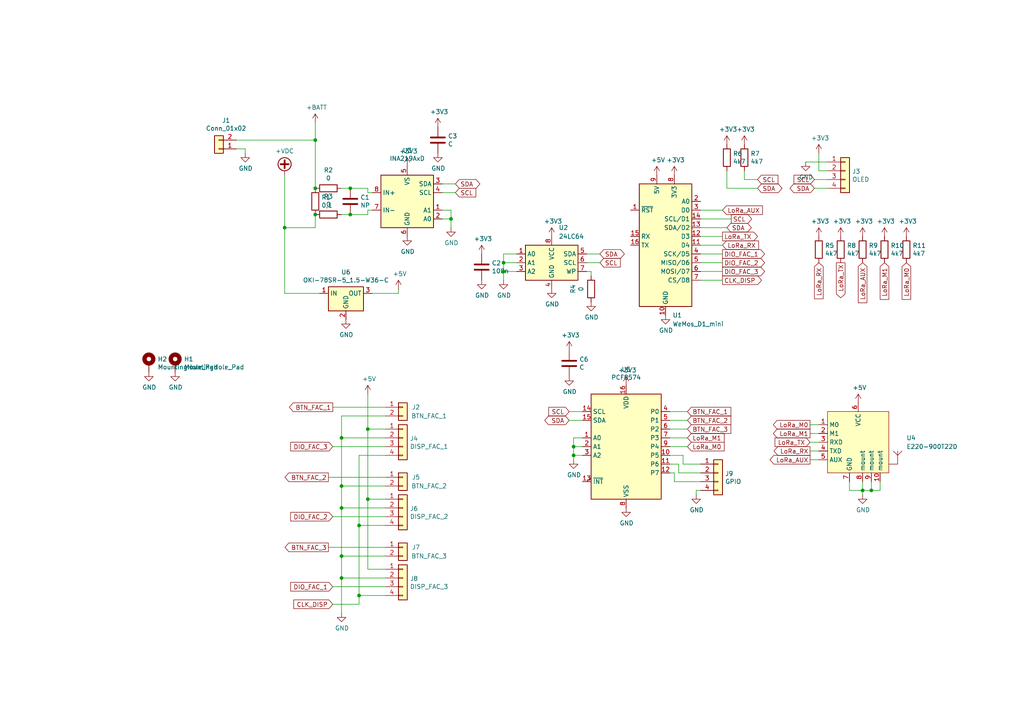
<source format=kicad_sch>
(kicad_sch (version 20211123) (generator eeschema)
  (paper "A4")
  (lib_symbols
    (symbol "Analog_ADC:INA219AxD"
      (property "Reference" "U" (at -6.35 8.89 0))
      (property "Value" "INA219AxD" (at 5.08 8.89 0))
      (symbol "INA219AxD_0_1"
        (rectangle (start -7.62 7.62) (end 7.62 -7.62) (stroke (width 0.254)) (fill (type background)))
      )
      (symbol "INA219AxD_1_1"
        (pin input line (at 10.16 -2.54 180) (length 2.54) (name "A1") (number "1"))
        (pin input line (at 10.16 -5.08 180) (length 2.54) (name "A0") (number "2"))
        (pin bidirectional line (at 10.16 5.08 180) (length 2.54) (name "SDA") (number "3"))
        (pin input line (at 10.16 2.54 180) (length 2.54) (name "SCL") (number "4"))
        (pin power_in line (at 0 10.16 270) (length 2.54) (name "VS") (number "5"))
        (pin power_in line (at 0 -10.16 90) (length 2.54) (name "GND") (number "6"))
        (pin input line (at -10.16 -2.54 0) (length 2.54) (name "IN-") (number "7"))
        (pin input line (at -10.16 2.54 0) (length 2.54) (name "IN+") (number "8"))
      )
    )
    (symbol "Connector_Generic:Conn_01x02" (pin_names (offset 1.016) hide)
      (property "Reference" "J" (at 0 2.54 0))
      (property "Value" "Conn_01x02" (at 0 -5.08 0))
      (symbol "Conn_01x02_1_1"
        (rectangle (start -1.27 -2.413) (end 0 -2.667) (stroke (width 0.1524)))
        (rectangle (start -1.27 0.127) (end 0 -0.127) (stroke (width 0.1524)))
        (rectangle (start -1.27 1.27) (end 1.27 -3.81) (stroke (width 0.254)) (fill (type background)))
        (pin passive line (at -5.08 0 0) (length 3.81) (name "Pin_1") (number "1"))
        (pin passive line (at -5.08 -2.54 0) (length 3.81) (name "Pin_2") (number "2"))
      )
    )
    (symbol "Connector_Generic:Conn_01x04" (pin_names (offset 1.016) hide)
      (property "Reference" "J" (at 0 5.08 0))
      (property "Value" "Conn_01x04" (at 0 -7.62 0))
      (symbol "Conn_01x04_1_1"
        (rectangle (start -1.27 -4.953) (end 0 -5.207) (stroke (width 0.1524)))
        (rectangle (start -1.27 -2.413) (end 0 -2.667) (stroke (width 0.1524)))
        (rectangle (start -1.27 0.127) (end 0 -0.127) (stroke (width 0.1524)))
        (rectangle (start -1.27 2.667) (end 0 2.413) (stroke (width 0.1524)))
        (rectangle (start -1.27 3.81) (end 1.27 -6.35) (stroke (width 0.254)) (fill (type background)))
        (pin passive line (at -5.08 2.54 0) (length 3.81) (name "Pin_1") (number "1"))
        (pin passive line (at -5.08 0 0) (length 3.81) (name "Pin_2") (number "2"))
        (pin passive line (at -5.08 -2.54 0) (length 3.81) (name "Pin_3") (number "3"))
        (pin passive line (at -5.08 -5.08 0) (length 3.81) (name "Pin_4") (number "4"))
      )
    )
    (symbol "Converter_DCDC:OKI-78SR-5_1.5-W36-C"
      (property "Reference" "U" (at -3.81 3.175 0))
      (property "Value" "OKI-78SR-5_1.5-W36-C" (at 0 3.175 0))
      (symbol "OKI-78SR-5_1.5-W36-C_0_1"
        (rectangle (start -5.08 1.905) (end 5.08 -5.08) (stroke (width 0.254)) (fill (type background)))
      )
      (symbol "OKI-78SR-5_1.5-W36-C_1_1"
        (pin power_in line (at -7.62 0 0) (length 2.54) (name "IN") (number "1"))
        (pin power_in line (at 0 -7.62 90) (length 2.54) (name "GND") (number "2"))
        (pin power_out line (at 7.62 0 180) (length 2.54) (name "OUT") (number "3"))
      )
    )
    (symbol "Device:C" (pin_numbers hide) (pin_names (offset 0.254))
      (property "Reference" "C" (at 0.635 2.54 0))
      (property "Value" "C" (at 0.635 -2.54 0))
      (symbol "C_0_1"
        (polyline (pts (xy -2.032 -0.762) (xy 2.032 -0.762)) (stroke (width 0.508)))
        (polyline (pts (xy -2.032 0.762) (xy 2.032 0.762)) (stroke (width 0.508)))
      )
      (symbol "C_1_1"
        (pin passive line (at 0 3.81 270) (length 2.794) (name "~") (number "1"))
        (pin passive line (at 0 -3.81 90) (length 2.794) (name "~") (number "2"))
      )
    )
    (symbol "Device:R" (pin_numbers hide) (pin_names (offset 0))
      (property "Reference" "R" (at 2.032 0 90))
      (property "Value" "R" (at 0 0 90))
      (symbol "R_0_1"
        (rectangle (start -1.016 -2.54) (end 1.016 2.54) (stroke (width 0.254)))
      )
      (symbol "R_1_1"
        (pin passive line (at 0 3.81 270) (length 1.27) (name "~") (number "1"))
        (pin passive line (at 0 -3.81 90) (length 1.27) (name "~") (number "2"))
      )
    )
    (symbol "Ebyte_RF:E220-900T22D"
      (property "Reference" "U" (at 7.62 1.27 0))
      (property "Value" "E220-900T22D" (at 13.97 -1.27 0))
      (symbol "E220-900T22D_0_1"
        (rectangle (start -5.08 -2.54) (end 12.7 -20.32) (fill (type background)))
        (polyline (pts (xy 15.24 -15.24) (xy 13.97 -13.97)))
        (polyline (pts (xy 15.24 -15.24) (xy 15.24 -13.97)))
        (polyline (pts (xy 12.7 -17.78) (xy 15.24 -17.78) (xy 15.24 -15.24) (xy 16.51 -13.97)))
      )
      (symbol "E220-900T22D_1_1"
        (pin input line (at -7.62 -6.35 0) (length 2.54) (name "M0") (number "1"))
        (pin unspecified line (at 10.16 -22.86 90) (length 2.54) (name "mount") (number "10"))
        (pin input line (at -7.62 -8.89 0) (length 2.54) (name "M1") (number "2"))
        (pin input line (at -7.62 -11.43 0) (length 2.54) (name "RXD") (number "3"))
        (pin output line (at -7.62 -13.97 0) (length 2.54) (name "TXD") (number "4"))
        (pin output line (at -7.62 -16.51 0) (length 2.54) (name "AUX") (number "5"))
        (pin power_in line (at 3.81 0 270) (length 2.54) (name "VCC") (number "6"))
        (pin power_in line (at 1.27 -22.86 90) (length 2.54) (name "GND") (number "7"))
        (pin unspecified line (at 5.08 -22.86 90) (length 2.54) (name "mount") (number "8"))
        (pin unspecified line (at 7.62 -22.86 90) (length 2.54) (name "mount") (number "9"))
      )
    )
    (symbol "Interface_Expansion:PCF8574"
      (property "Reference" "U" (at -8.89 16.51 0))
      (property "Value" "PCF8574" (at 2.54 16.51 0))
      (symbol "PCF8574_0_1"
        (rectangle (start -10.16 15.24) (end 10.16 -15.24) (stroke (width 0.254)) (fill (type background)))
      )
      (symbol "PCF8574_1_1"
        (pin input line (at -12.7 2.54 0) (length 2.54) (name "A0") (number "1"))
        (pin bidirectional line (at 12.7 -2.54 180) (length 2.54) (name "P5") (number "10"))
        (pin bidirectional line (at 12.7 -5.08 180) (length 2.54) (name "P6") (number "11"))
        (pin bidirectional line (at 12.7 -7.62 180) (length 2.54) (name "P7") (number "12"))
        (pin open_collector output_low (at -12.7 -10.16 0) (length 2.54) (name "~{INT}") (number "13"))
        (pin input line (at -12.7 10.16 0) (length 2.54) (name "SCL") (number "14"))
        (pin bidirectional line (at -12.7 7.62 0) (length 2.54) (name "SDA") (number "15"))
        (pin power_in line (at 0 17.78 270) (length 2.54) (name "VDD") (number "16"))
        (pin input line (at -12.7 0 0) (length 2.54) (name "A1") (number "2"))
        (pin input line (at -12.7 -2.54 0) (length 2.54) (name "A2") (number "3"))
        (pin bidirectional line (at 12.7 10.16 180) (length 2.54) (name "P0") (number "4"))
        (pin bidirectional line (at 12.7 7.62 180) (length 2.54) (name "P1") (number "5"))
        (pin bidirectional line (at 12.7 5.08 180) (length 2.54) (name "P2") (number "6"))
        (pin bidirectional line (at 12.7 2.54 180) (length 2.54) (name "P3") (number "7"))
        (pin power_in line (at 0 -17.78 90) (length 2.54) (name "VSS") (number "8"))
        (pin bidirectional line (at 12.7 0 180) (length 2.54) (name "P4") (number "9"))
      )
    )
    (symbol "MCU_Module:WeMos_D1_mini"
      (property "Reference" "U" (at 3.81 19.05 0))
      (property "Value" "WeMos_D1_mini" (at 1.27 -19.05 0))
      (symbol "WeMos_D1_mini_1_1"
        (rectangle (start -7.62 17.78) (end 7.62 -17.78) (stroke (width 0.254)) (fill (type background)))
        (pin input line (at -10.16 10.16 0) (length 2.54) (name "~{RST}") (number "1"))
        (pin power_in line (at 0 -20.32 90) (length 2.54) (name "GND") (number "10"))
        (pin bidirectional line (at 10.16 0 180) (length 2.54) (name "D4") (number "11"))
        (pin bidirectional line (at 10.16 2.54 180) (length 2.54) (name "D3") (number "12"))
        (pin bidirectional line (at 10.16 5.08 180) (length 2.54) (name "SDA/D2") (number "13"))
        (pin bidirectional line (at 10.16 7.62 180) (length 2.54) (name "SCL/D1") (number "14"))
        (pin input line (at -10.16 2.54 0) (length 2.54) (name "RX") (number "15"))
        (pin output line (at -10.16 0 0) (length 2.54) (name "TX") (number "16"))
        (pin input line (at 10.16 12.7 180) (length 2.54) (name "A0") (number "2"))
        (pin bidirectional line (at 10.16 10.16 180) (length 2.54) (name "D0") (number "3"))
        (pin bidirectional line (at 10.16 -2.54 180) (length 2.54) (name "SCK/D5") (number "4"))
        (pin bidirectional line (at 10.16 -5.08 180) (length 2.54) (name "MISO/D6") (number "5"))
        (pin bidirectional line (at 10.16 -7.62 180) (length 2.54) (name "MOSI/D7") (number "6"))
        (pin bidirectional line (at 10.16 -10.16 180) (length 2.54) (name "CS/D8") (number "7"))
        (pin power_out line (at 2.54 20.32 270) (length 2.54) (name "3V3") (number "8"))
        (pin power_in line (at -2.54 20.32 270) (length 2.54) (name "5V") (number "9"))
      )
    )
    (symbol "Mechanical:MountingHole_Pad" (pin_numbers hide) (pin_names (offset 1.016) hide)
      (property "Reference" "H" (at 0 6.35 0))
      (property "Value" "MountingHole_Pad" (at 0 4.445 0))
      (symbol "MountingHole_Pad_0_1"
        (circle (center 0 1.27) (radius 1.27) (stroke (width 1.27)))
      )
      (symbol "MountingHole_Pad_1_1"
        (pin input line (at 0 -2.54 90) (length 2.54) (name "1") (number "1"))
      )
    )
    (symbol "Memory_EEPROM:24LC64"
      (property "Reference" "U" (at -6.35 6.35 0))
      (property "Value" "24LC64" (at 1.27 6.35 0))
      (symbol "24LC64_1_1"
        (rectangle (start -7.62 5.08) (end 7.62 -5.08) (stroke (width 0.254)) (fill (type background)))
        (pin input line (at -10.16 2.54 0) (length 2.54) (name "A0") (number "1"))
        (pin input line (at -10.16 0 0) (length 2.54) (name "A1") (number "2"))
        (pin input line (at -10.16 -2.54 0) (length 2.54) (name "A2") (number "3"))
        (pin power_in line (at 0 -7.62 90) (length 2.54) (name "GND") (number "4"))
        (pin bidirectional line (at 10.16 2.54 180) (length 2.54) (name "SDA") (number "5"))
        (pin input line (at 10.16 0 180) (length 2.54) (name "SCL") (number "6"))
        (pin input line (at 10.16 -2.54 180) (length 2.54) (name "WP") (number "7"))
        (pin power_in line (at 0 7.62 270) (length 2.54) (name "VCC") (number "8"))
      )
    )
    (symbol "power:+3.3V" (power) (pin_names (offset 0))
      (property "Value" "+3.3V" (at 0 3.556 0))
      (symbol "+3.3V_0_1"
        (polyline (pts (xy -0.762 1.27) (xy 0 2.54)))
        (polyline (pts (xy 0 0) (xy 0 2.54)))
        (polyline (pts (xy 0 2.54) (xy 0.762 1.27)))
      )
      (symbol "+3.3V_1_1"
        (pin power_in line (at 0 0 90) (length 0) hide (name "+3V3") (number "1"))
      )
    )
    (symbol "power:+5V" (power) (pin_names (offset 0))
      (property "Value" "+5V" (at 0 3.556 0))
      (symbol "+5V_0_1"
        (polyline (pts (xy -0.762 1.27) (xy 0 2.54)))
        (polyline (pts (xy 0 0) (xy 0 2.54)))
        (polyline (pts (xy 0 2.54) (xy 0.762 1.27)))
      )
      (symbol "+5V_1_1"
        (pin power_in line (at 0 0 90) (length 0) hide (name "+5V") (number "1"))
      )
    )
    (symbol "power:+BATT" (power) (pin_names (offset 0))
      (property "Value" "+BATT" (at 0 3.556 0))
      (symbol "+BATT_0_1"
        (polyline (pts (xy -0.762 1.27) (xy 0 2.54)))
        (polyline (pts (xy 0 0) (xy 0 2.54)))
        (polyline (pts (xy 0 2.54) (xy 0.762 1.27)))
      )
      (symbol "+BATT_1_1"
        (pin power_in line (at 0 0 90) (length 0) hide (name "+BATT") (number "1"))
      )
    )
    (symbol "power:+VDC" (power) (pin_names (offset 0))
      (property "Value" "+VDC" (at 0 6.35 0))
      (symbol "+VDC_0_1"
        (polyline (pts (xy -1.143 3.175) (xy 1.143 3.175)) (stroke (width 0.508)))
        (polyline (pts (xy 0 0) (xy 0 1.27)))
        (polyline (pts (xy 0 2.032) (xy 0 4.318)) (stroke (width 0.508)))
        (circle (center 0 3.175) (radius 1.905) (stroke (width 0.254)))
      )
      (symbol "+VDC_1_1"
        (pin power_in line (at 0 0 90) (length 0) hide (name "+VDC") (number "1"))
      )
    )
    (symbol "power:GND" (power) (pin_names (offset 0))
      (property "Value" "GND" (at 0 -3.81 0))
      (symbol "GND_0_1"
        (polyline (pts (xy 0 0) (xy 0 -1.27) (xy 1.27 -1.27) (xy 0 -2.54) (xy -1.27 -1.27) (xy 0 -1.27)))
      )
      (symbol "GND_1_1"
        (pin power_in line (at 0 0 270) (length 0) hide (name "GND") (number "1"))
      )
    )
  )
  (junction (at 82.55 66.04))
  (junction (at 101.6 54.61))
  (junction (at 104.14 172.72))
  (junction (at 130.81 63.5))
  (junction (at 99.06 140.97))
  (junction (at 166.37 132.08))
  (junction (at 146.05 78.74))
  (junction (at 99.06 161.29))
  (junction (at 91.44 54.61))
  (junction (at 106.68 144.78))
  (junction (at 99.06 127))
  (junction (at 106.68 124.46))
  (junction (at 166.37 129.54))
  (junction (at 250.19 142.24))
  (junction (at 99.06 167.64))
  (junction (at 91.44 40.64))
  (junction (at 104.14 152.4))
  (junction (at 252.73 142.24))
  (junction (at 91.44 62.23))
  (junction (at 99.06 147.32))
  (junction (at 101.6 62.23))
  (junction (at 146.05 76.2))
  (wire (pts (xy 194.31 127) (xy 199.39 127)))
  (wire (pts (xy 203.2 76.2) (xy 209.55 76.2)))
  (wire (pts (xy 246.38 142.24) (xy 250.19 142.24)))
  (wire (pts (xy 194.31 132.08) (xy 198.12 132.08)))
  (wire (pts (xy 91.44 66.04) (xy 82.55 66.04)))
  (wire (pts (xy 203.2 78.74) (xy 209.55 78.74)))
  (wire (pts (xy 82.55 66.04) (xy 82.55 85.09)))
  (wire (pts (xy 203.2 66.04) (xy 210.82 66.04)))
  (wire (pts (xy 194.31 124.46) (xy 199.39 124.46)))
  (wire (pts (xy 250.19 143.51) (xy 250.19 142.24)))
  (wire (pts (xy 106.68 55.88) (xy 107.95 55.88)))
  (wire (pts (xy 203.2 73.66) (xy 209.55 73.66)))
  (wire (pts (xy 149.86 78.74) (xy 146.05 78.74)))
  (wire (pts (xy 168.91 132.08) (xy 166.37 132.08)))
  (wire (pts (xy 149.86 76.2) (xy 146.05 76.2)))
  (wire (pts (xy 166.37 127) (xy 166.37 129.54)))
  (wire (pts (xy 111.76 161.29) (xy 99.06 161.29)))
  (wire (pts (xy 99.06 120.65) (xy 99.06 127)))
  (wire (pts (xy 130.81 60.96) (xy 130.81 63.5)))
  (wire (pts (xy 106.68 144.78) (xy 106.68 124.46)))
  (wire (pts (xy 173.99 76.2) (xy 170.18 76.2)))
  (wire (pts (xy 104.14 152.4) (xy 104.14 132.08)))
  (wire (pts (xy 99.06 140.97) (xy 99.06 147.32)))
  (wire (pts (xy 194.31 129.54) (xy 199.39 129.54)))
  (wire (pts (xy 111.76 172.72) (xy 104.14 172.72)))
  (wire (pts (xy 91.44 35.56) (xy 91.44 40.64)))
  (wire (pts (xy 130.81 63.5) (xy 130.81 66.04)))
  (wire (pts (xy 96.52 129.54) (xy 111.76 129.54)))
  (wire (pts (xy 196.85 137.16) (xy 203.2 137.16)))
  (wire (pts (xy 115.57 83.82) (xy 115.57 85.09)))
  (wire (pts (xy 68.58 43.18) (xy 71.12 43.18)))
  (wire (pts (xy 240.03 52.07) (xy 236.22 52.07)))
  (wire (pts (xy 170.18 73.66) (xy 173.99 73.66)))
  (wire (pts (xy 240.03 46.99) (xy 233.68 46.99)))
  (wire (pts (xy 104.14 132.08) (xy 111.76 132.08)))
  (wire (pts (xy 170.18 78.74) (xy 171.45 78.74)))
  (wire (pts (xy 198.12 132.08) (xy 198.12 134.62)))
  (wire (pts (xy 203.2 81.28) (xy 209.55 81.28)))
  (wire (pts (xy 146.05 78.74) (xy 146.05 81.28)))
  (wire (pts (xy 104.14 175.26) (xy 104.14 172.72)))
  (wire (pts (xy 215.9 52.07) (xy 219.71 52.07)))
  (wire (pts (xy 106.68 165.1) (xy 106.68 144.78)))
  (wire (pts (xy 128.27 53.34) (xy 132.08 53.34)))
  (wire (pts (xy 255.27 142.24) (xy 252.73 142.24)))
  (wire (pts (xy 106.68 54.61) (xy 106.68 55.88)))
  (wire (pts (xy 128.27 63.5) (xy 130.81 63.5)))
  (wire (pts (xy 210.82 54.61) (xy 210.82 49.53)))
  (wire (pts (xy 234.95 125.73) (xy 237.49 125.73)))
  (wire (pts (xy 111.76 144.78) (xy 106.68 144.78)))
  (wire (pts (xy 96.52 149.86) (xy 111.76 149.86)))
  (wire (pts (xy 99.06 127) (xy 99.06 140.97)))
  (wire (pts (xy 82.55 66.04) (xy 82.55 50.8)))
  (wire (pts (xy 101.6 62.23) (xy 106.68 62.23)))
  (wire (pts (xy 166.37 129.54) (xy 166.37 132.08)))
  (wire (pts (xy 146.05 76.2) (xy 146.05 78.74)))
  (wire (pts (xy 132.08 55.88) (xy 128.27 55.88)))
  (wire (pts (xy 234.95 123.19) (xy 237.49 123.19)))
  (wire (pts (xy 194.31 134.62) (xy 196.85 134.62)))
  (wire (pts (xy 195.58 139.7) (xy 203.2 139.7)))
  (wire (pts (xy 237.49 44.45) (xy 237.49 49.53)))
  (wire (pts (xy 166.37 132.08) (xy 166.37 133.35)))
  (wire (pts (xy 250.19 142.24) (xy 250.19 139.7)))
  (wire (pts (xy 149.86 73.66) (xy 146.05 73.66)))
  (wire (pts (xy 195.58 137.16) (xy 195.58 139.7)))
  (wire (pts (xy 201.93 142.24) (xy 201.93 143.51)))
  (wire (pts (xy 168.91 121.92) (xy 165.1 121.92)))
  (wire (pts (xy 71.12 43.18) (xy 71.12 44.45)))
  (wire (pts (xy 171.45 78.74) (xy 171.45 80.01)))
  (wire (pts (xy 203.2 71.12) (xy 209.55 71.12)))
  (wire (pts (xy 99.06 147.32) (xy 99.06 161.29)))
  (wire (pts (xy 168.91 127) (xy 166.37 127)))
  (wire (pts (xy 194.31 121.92) (xy 199.39 121.92)))
  (wire (pts (xy 236.22 54.61) (xy 240.03 54.61)))
  (wire (pts (xy 111.76 165.1) (xy 106.68 165.1)))
  (wire (pts (xy 106.68 62.23) (xy 106.68 60.96)))
  (wire (pts (xy 91.44 40.64) (xy 91.44 54.61)))
  (wire (pts (xy 95.25 158.75) (xy 111.76 158.75)))
  (wire (pts (xy 99.06 167.64) (xy 99.06 177.8)))
  (wire (pts (xy 99.06 161.29) (xy 99.06 167.64)))
  (wire (pts (xy 99.06 120.65) (xy 111.76 120.65)))
  (wire (pts (xy 104.14 172.72) (xy 104.14 152.4)))
  (wire (pts (xy 194.31 119.38) (xy 199.39 119.38)))
  (wire (pts (xy 111.76 167.64) (xy 99.06 167.64)))
  (wire (pts (xy 255.27 139.7) (xy 255.27 142.24)))
  (wire (pts (xy 101.6 54.61) (xy 106.68 54.61)))
  (wire (pts (xy 198.12 134.62) (xy 203.2 134.62)))
  (wire (pts (xy 146.05 73.66) (xy 146.05 76.2)))
  (wire (pts (xy 111.76 127) (xy 99.06 127)))
  (wire (pts (xy 106.68 60.96) (xy 107.95 60.96)))
  (wire (pts (xy 96.52 175.26) (xy 104.14 175.26)))
  (wire (pts (xy 252.73 142.24) (xy 250.19 142.24)))
  (wire (pts (xy 115.57 85.09) (xy 107.95 85.09)))
  (wire (pts (xy 128.27 60.96) (xy 130.81 60.96)))
  (wire (pts (xy 111.76 140.97) (xy 99.06 140.97)))
  (wire (pts (xy 203.2 63.5) (xy 212.09 63.5)))
  (wire (pts (xy 237.49 49.53) (xy 240.03 49.53)))
  (wire (pts (xy 234.95 133.35) (xy 237.49 133.35)))
  (wire (pts (xy 215.9 49.53) (xy 215.9 52.07)))
  (wire (pts (xy 219.71 54.61) (xy 210.82 54.61)))
  (wire (pts (xy 111.76 152.4) (xy 104.14 152.4)))
  (wire (pts (xy 246.38 139.7) (xy 246.38 142.24)))
  (wire (pts (xy 234.95 128.27) (xy 237.49 128.27)))
  (wire (pts (xy 111.76 170.18) (xy 96.52 170.18)))
  (wire (pts (xy 194.31 137.16) (xy 195.58 137.16)))
  (wire (pts (xy 234.95 130.81) (xy 237.49 130.81)))
  (wire (pts (xy 166.37 129.54) (xy 168.91 129.54)))
  (wire (pts (xy 196.85 134.62) (xy 196.85 137.16)))
  (wire (pts (xy 68.58 40.64) (xy 91.44 40.64)))
  (wire (pts (xy 111.76 118.11) (xy 96.52 118.11)))
  (wire (pts (xy 99.06 62.23) (xy 101.6 62.23)))
  (wire (pts (xy 203.2 60.96) (xy 209.55 60.96)))
  (wire (pts (xy 203.2 68.58) (xy 209.55 68.58)))
  (wire (pts (xy 252.73 139.7) (xy 252.73 142.24)))
  (wire (pts (xy 92.71 85.09) (xy 82.55 85.09)))
  (wire (pts (xy 111.76 147.32) (xy 99.06 147.32)))
  (wire (pts (xy 165.1 119.38) (xy 168.91 119.38)))
  (wire (pts (xy 203.2 142.24) (xy 201.93 142.24)))
  (wire (pts (xy 111.76 138.43) (xy 95.25 138.43)))
  (wire (pts (xy 91.44 62.23) (xy 91.44 66.04)))
  (wire (pts (xy 99.06 54.61) (xy 101.6 54.61)))
  (wire (pts (xy 106.68 124.46) (xy 106.68 114.3)))
  (wire (pts (xy 111.76 124.46) (xy 106.68 124.46)))
  (global_label "LoRa_M1" (shape input) (at 199.39 127 0) (property "Intersheet References" "${INTERSHEET_REFS}" (effects hide)))
  (global_label "LoRa_RX" (shape input) (at 237.49 76.2 270) (property "Intersheet References" "${INTERSHEET_REFS}" (effects hide)))
  (global_label "SDA" (shape bidirectional) (at 173.99 73.66 0) (property "Intersheet References" "${INTERSHEET_REFS}" (effects hide)))
  (global_label "LoRa_RX" (shape input) (at 209.55 71.12 0) (property "Intersheet References" "${INTERSHEET_REFS}" (effects hide)))
  (global_label "SCL" (shape input) (at 165.1 119.38 180) (property "Intersheet References" "${INTERSHEET_REFS}" (effects hide)))
  (global_label "SCL" (shape input) (at 236.22 52.07 180) (property "Intersheet References" "${INTERSHEET_REFS}" (effects hide)))
  (global_label "SCL" (shape input) (at 132.08 55.88 0) (property "Intersheet References" "${INTERSHEET_REFS}" (effects hide)))
  (global_label "LoRa_RX" (shape output) (at 234.95 130.81 180) (property "Intersheet References" "${INTERSHEET_REFS}" (effects hide)))
  (global_label "CLK_DISP" (shape input) (at 96.52 175.26 180) (property "Intersheet References" "${INTERSHEET_REFS}" (effects hide)))
  (global_label "LoRa_TX" (shape output) (at 209.55 68.58 0) (property "Intersheet References" "${INTERSHEET_REFS}" (effects hide)))
  (global_label "CLK_DISP" (shape output) (at 209.55 81.28 0) (property "Intersheet References" "${INTERSHEET_REFS}" (effects hide)))
  (global_label "DIO_FAC_2" (shape input) (at 96.52 149.86 180) (property "Intersheet References" "${INTERSHEET_REFS}" (effects hide)))
  (global_label "BTN_FAC_1" (shape input) (at 199.39 119.38 0) (property "Intersheet References" "${INTERSHEET_REFS}" (effects hide)))
  (global_label "SCL" (shape input) (at 173.99 76.2 0) (property "Intersheet References" "${INTERSHEET_REFS}" (effects hide)))
  (global_label "LoRa_AUX" (shape input) (at 209.55 60.96 0) (property "Intersheet References" "${INTERSHEET_REFS}" (effects hide)))
  (global_label "LoRa_AUX" (shape input) (at 250.19 76.2 270) (property "Intersheet References" "${INTERSHEET_REFS}" (effects hide)))
  (global_label "LoRa_M0" (shape input) (at 262.89 76.2 270) (property "Intersheet References" "${INTERSHEET_REFS}" (effects hide)))
  (global_label "BTN_FAC_2" (shape input) (at 199.39 121.92 0) (property "Intersheet References" "${INTERSHEET_REFS}" (effects hide)))
  (global_label "SCL" (shape input) (at 219.71 52.07 0) (property "Intersheet References" "${INTERSHEET_REFS}" (effects hide)))
  (global_label "SDA" (shape bidirectional) (at 219.71 54.61 0) (property "Intersheet References" "${INTERSHEET_REFS}" (effects hide)))
  (global_label "SDA" (shape bidirectional) (at 132.08 53.34 0) (property "Intersheet References" "${INTERSHEET_REFS}" (effects hide)))
  (global_label "DIO_FAC_3" (shape input) (at 96.52 129.54 180) (property "Intersheet References" "${INTERSHEET_REFS}" (effects hide)))
  (global_label "SDA" (shape bidirectional) (at 236.22 54.61 180) (property "Intersheet References" "${INTERSHEET_REFS}" (effects hide)))
  (global_label "LoRa_M0" (shape input) (at 199.39 129.54 0) (property "Intersheet References" "${INTERSHEET_REFS}" (effects hide)))
  (global_label "LoRa_TX" (shape output) (at 243.84 76.2 270) (property "Intersheet References" "${INTERSHEET_REFS}" (effects hide)))
  (global_label "SDA" (shape bidirectional) (at 165.1 121.92 180) (property "Intersheet References" "${INTERSHEET_REFS}" (effects hide)))
  (global_label "LoRa_AUX" (shape output) (at 234.95 133.35 180) (property "Intersheet References" "${INTERSHEET_REFS}" (effects hide)))
  (global_label "BTN_FAC_2" (shape output) (at 95.25 138.43 180) (property "Intersheet References" "${INTERSHEET_REFS}" (effects hide)))
  (global_label "DIO_FAC_2" (shape output) (at 209.55 76.2 0) (property "Intersheet References" "${INTERSHEET_REFS}" (effects hide)))
  (global_label "SCL" (shape output) (at 212.09 63.5 0) (property "Intersheet References" "${INTERSHEET_REFS}" (effects hide)))
  (global_label "BTN_FAC_1" (shape output) (at 96.52 118.11 180) (property "Intersheet References" "${INTERSHEET_REFS}" (effects hide)))
  (global_label "LoRa_M0" (shape output) (at 234.95 123.19 180) (property "Intersheet References" "${INTERSHEET_REFS}" (effects hide)))
  (global_label "BTN_FAC_3" (shape output) (at 95.25 158.75 180) (property "Intersheet References" "${INTERSHEET_REFS}" (effects hide)))
  (global_label "DIO_FAC_1" (shape input) (at 96.52 170.18 180) (property "Intersheet References" "${INTERSHEET_REFS}" (effects hide)))
  (global_label "LoRa_TX" (shape input) (at 234.95 128.27 180) (property "Intersheet References" "${INTERSHEET_REFS}" (effects hide)))
  (global_label "LoRa_M1" (shape input) (at 256.54 76.2 270) (property "Intersheet References" "${INTERSHEET_REFS}" (effects hide)))
  (global_label "LoRa_M1" (shape output) (at 234.95 125.73 180) (property "Intersheet References" "${INTERSHEET_REFS}" (effects hide)))
  (global_label "DIO_FAC_3" (shape output) (at 209.55 78.74 0) (property "Intersheet References" "${INTERSHEET_REFS}" (effects hide)))
  (global_label "SDA" (shape bidirectional) (at 210.82 66.04 0) (property "Intersheet References" "${INTERSHEET_REFS}" (effects hide)))
  (global_label "BTN_FAC_3" (shape input) (at 199.39 124.46 0) (property "Intersheet References" "${INTERSHEET_REFS}" (effects hide)))
  (global_label "DIO_FAC_1" (shape output) (at 209.55 73.66 0) (property "Intersheet References" "${INTERSHEET_REFS}" (effects hide)))
  (symbol (lib_id "power:GND") (at 193.04 91.44 0) (unit 1)
    (property "Reference" "#PWR0104" (effects hide))
    (property "Value" "GND" (at 193.167 95.8342 0))
  )
  (symbol (lib_id "Interface_Expansion:PCF8574") (at 181.61 129.54 0) (unit 1)
    (property "Reference" "U5" (at 181.61 107.1626 0))
    (property "Value" "PCF8574" (at 181.61 109.474 0))
    (property "Footprint" "Package_SO:SOIC-16W_7.5x10.3mm_P1.27mm" (effects hide))
    (property "Datasheet" "http://www.nxp.com/documents/data_sheet/PCF8574_PCF8574A.pdf" (effects hide))
  )
  (symbol (lib_id "Device:C") (at 165.1 105.41 0) (unit 1)
    (property "Reference" "C6" (at 168.021 104.2416 0) (effects (justify left)))
    (property "Value" "C" (at 168.021 106.553 0) (effects (justify left)))
    (property "Footprint" "Capacitor_SMD:C_0805_2012Metric_Pad1.18x1.45mm_HandSolder" (effects hide))
  )
  (symbol (lib_id "power:+3.3V") (at 181.61 111.76 0) (unit 1)
    (property "Reference" "#PWR0107" (effects hide))
    (property "Value" "+3.3V" (at 181.991 107.3658 0))
  )
  (symbol (lib_id "power:+3.3V") (at 165.1 101.6 0) (unit 1)
    (property "Reference" "#PWR0108" (effects hide))
    (property "Value" "+3.3V" (at 165.481 97.2058 0))
  )
  (symbol (lib_id "power:GND") (at 165.1 109.22 0) (unit 1)
    (property "Reference" "#PWR0109" (effects hide))
    (property "Value" "GND" (at 165.227 113.6142 0))
  )
  (symbol (lib_id "power:GND") (at 181.61 147.32 0) (unit 1)
    (property "Reference" "#PWR0110" (effects hide))
    (property "Value" "GND" (at 181.737 151.7142 0))
  )
  (symbol (lib_id "Device:R") (at 210.82 45.72 0) (unit 1)
    (property "Reference" "R6" (at 212.598 44.5516 0) (effects (justify left)))
    (property "Value" "4k7" (at 212.598 46.863 0) (effects (justify left)))
    (property "Footprint" "Resistor_SMD:R_0805_2012Metric_Pad1.20x1.40mm_HandSolder" (effects hide))
  )
  (symbol (lib_id "Device:R") (at 215.9 45.72 0) (unit 1)
    (property "Reference" "R7" (at 217.678 44.5516 0) (effects (justify left)))
    (property "Value" "4k7" (at 217.678 46.863 0) (effects (justify left)))
    (property "Footprint" "Resistor_SMD:R_0805_2012Metric_Pad1.20x1.40mm_HandSolder" (effects hide))
  )
  (symbol (lib_id "power:+3.3V") (at 210.82 41.91 0) (unit 1)
    (property "Reference" "#PWR0113" (effects hide))
    (property "Value" "+3.3V" (at 211.201 37.5158 0))
  )
  (symbol (lib_id "power:+3.3V") (at 215.9 41.91 0) (unit 1)
    (property "Reference" "#PWR0114" (effects hide))
    (property "Value" "+3.3V" (at 216.281 37.5158 0))
  )
  (symbol (lib_id "power:GND") (at 166.37 133.35 0) (unit 1)
    (property "Reference" "#PWR0116" (effects hide))
    (property "Value" "GND" (at 166.497 137.7442 0))
  )
  (symbol (lib_id "Analog_ADC:INA219AxD") (at 118.11 58.42 0) (unit 1)
    (property "Reference" "U3" (at 118.11 43.6626 0))
    (property "Value" "INA219AxD" (at 118.11 45.974 0))
    (property "Footprint" "Package_SO:SOIC-8_3.9x4.9mm_P1.27mm" (effects hide))
    (property "Datasheet" "http://www.ti.com/lit/ds/symlink/ina219.pdf" (effects hide))
  )
  (symbol (lib_id "power:GND") (at 130.81 66.04 0) (unit 1)
    (property "Reference" "#PWR0118" (effects hide))
    (property "Value" "GND" (at 130.937 70.4342 0))
  )
  (symbol (lib_id "Device:C") (at 127 40.64 0) (unit 1)
    (property "Reference" "C3" (at 129.921 39.4716 0) (effects (justify left)))
    (property "Value" "C" (at 129.921 41.783 0) (effects (justify left)))
    (property "Footprint" "Capacitor_SMD:C_0805_2012Metric_Pad1.18x1.45mm_HandSolder" (effects hide))
  )
  (symbol (lib_id "power:GND") (at 127 44.45 0) (unit 1)
    (property "Reference" "#PWR0119" (effects hide))
    (property "Value" "GND" (at 127.127 48.8442 0))
  )
  (symbol (lib_id "power:+3.3V") (at 127 36.83 0) (unit 1)
    (property "Reference" "#PWR0120" (effects hide))
    (property "Value" "+3.3V" (at 127.381 32.4358 0))
  )
  (symbol (lib_id "power:GND") (at 118.11 68.58 0) (unit 1)
    (property "Reference" "#PWR0121" (effects hide))
    (property "Value" "GND" (at 118.237 72.9742 0))
  )
  (symbol (lib_id "power:+3.3V") (at 118.11 48.26 0) (unit 1)
    (property "Reference" "#PWR0122" (effects hide))
    (property "Value" "+3.3V" (at 118.491 43.8658 0))
  )
  (symbol (lib_id "Device:C") (at 101.6 58.42 0) (unit 1)
    (property "Reference" "C1" (at 104.521 57.2516 0) (effects (justify left)))
    (property "Value" "NP" (at 104.521 59.563 0) (effects (justify left)))
    (property "Footprint" "Capacitor_SMD:C_0805_2012Metric_Pad1.18x1.45mm_HandSolder" (effects hide))
  )
  (symbol (lib_id "Device:R") (at 95.25 54.61 270) (unit 1)
    (property "Reference" "R2" (at 95.25 49.3522 90))
    (property "Value" "0" (at 95.25 51.6636 90))
    (property "Footprint" "Resistor_SMD:R_0805_2012Metric_Pad1.20x1.40mm_HandSolder" (effects hide))
  )
  (symbol (lib_id "Device:R") (at 95.25 62.23 270) (unit 1)
    (property "Reference" "R3" (at 95.25 56.9722 90))
    (property "Value" "0" (at 95.25 59.2836 90))
    (property "Footprint" "Resistor_SMD:R_0805_2012Metric_Pad1.20x1.40mm_HandSolder" (effects hide))
  )
  (symbol (lib_id "power:+BATT") (at 91.44 35.56 0) (unit 1)
    (property "Reference" "#PWR0123" (effects hide))
    (property "Value" "+BATT" (at 91.821 31.1658 0))
  )
  (symbol (lib_id "power:+VDC") (at 82.55 50.8 0) (unit 1)
    (property "Reference" "#PWR0124" (effects hide))
    (property "Value" "+VDC" (at 82.55 43.815 0))
  )
  (symbol (lib_id "Device:R") (at 91.44 58.42 0) (unit 1)
    (property "Reference" "R1" (at 93.218 57.2516 0) (effects (justify left)))
    (property "Value" "0,1" (at 93.218 59.563 0) (effects (justify left)))
    (property "Footprint" "Resistor_SMD:R_2010_5025Metric_Pad1.40x2.65mm_HandSolder" (effects hide))
  )
  (symbol (lib_id "Connector_Generic:Conn_01x04") (at 245.11 49.53 0) (unit 1)
    (property "Reference" "J3" (at 247.142 49.7332 0) (effects (justify left)))
    (property "Value" "OLED" (at 247.142 52.0446 0) (effects (justify left)))
    (property "Footprint" "Connector_PinHeader_2.54mm:PinHeader_1x04_P2.54mm_Vertical" (effects hide))
  )
  (symbol (lib_id "power:+3.3V") (at 237.49 44.45 0) (unit 1)
    (property "Reference" "#PWR0137" (effects hide))
    (property "Value" "+3.3V" (at 237.871 40.0558 0))
  )
  (symbol (lib_id "power:GND") (at 233.68 46.99 0) (unit 1)
    (property "Reference" "#PWR0138" (effects hide))
    (property "Value" "GND" (at 233.807 51.3842 0))
  )
  (symbol (lib_id "Connector_Generic:Conn_01x02") (at 63.5 43.18 180) (unit 1)
    (property "Reference" "J1" (at 65.5828 34.925 0))
    (property "Value" "Conn_01x02" (at 65.5828 37.2364 0))
    (property "Footprint" "Connector_Wire:SolderWire-2.5sqmm_1x02_P7.2mm_D2.4mm_OD3.6mm" (effects hide))
  )
  (symbol (lib_id "power:GND") (at 71.12 44.45 0) (unit 1)
    (property "Reference" "#PWR0139" (effects hide))
    (property "Value" "GND" (at 71.247 48.8442 0))
  )
  (symbol (lib_id "power:GND") (at 100.33 92.71 0) (unit 1)
    (property "Reference" "#PWR0146" (effects hide))
    (property "Value" "GND" (at 100.457 97.1042 0))
  )
  (symbol (lib_id "Converter_DCDC:OKI-78SR-5_1.5-W36-C") (at 100.33 85.09 0) (unit 1)
    (property "Reference" "U6" (at 100.33 78.9432 0))
    (property "Value" "OKI-78SR-5_1.5-W36-C" (at 100.33 81.2546 0))
    (property "Footprint" "Converter_DCDC:Converter_DCDC_RECOM_R-78E-0.5_THT" (effects hide))
    (property "Datasheet" "https://power.murata.com/data/power/oki-78sr.pdf" (effects hide))
  )
  (symbol (lib_id "power:+5V") (at 115.57 83.82 0) (unit 1)
    (property "Reference" "#PWR0147" (effects hide))
    (property "Value" "+5V" (at 115.951 79.4258 0))
  )
  (symbol (lib_id "Mechanical:MountingHole_Pad") (at 50.8 105.41 0) (unit 1)
    (property "Reference" "H1" (at 53.34 104.1654 0) (effects (justify left)))
    (property "Value" "MountingHole_Pad" (at 53.34 106.4768 0) (effects (justify left)))
    (property "Footprint" "MountingHole:MountingHole_2.5mm_Pad" (effects hide))
  )
  (symbol (lib_id "power:GND") (at 50.8 107.95 0) (unit 1)
    (property "Reference" "#PWR0151" (effects hide))
    (property "Value" "GND" (at 50.927 112.3442 0))
  )
  (symbol (lib_id "MCU_Module:WeMos_D1_mini") (at 193.04 71.12 0) (unit 1)
    (property "Reference" "U1" (at 195.0594 91.44 0) (effects (justify left)))
    (property "Value" "WeMos_D1_mini" (at 195.0594 93.98 0) (effects (justify left)))
    (property "Footprint" "Module:WEMOS_D1_mini_light" (effects hide))
    (property "Datasheet" "https://wiki.wemos.cc/products:d1:d1_mini#documentation" (effects hide))
  )
  (symbol (lib_id "Device:R") (at 256.54 72.39 0) (unit 1)
    (property "Reference" "R10" (at 258.318 71.2216 0) (effects (justify left)))
    (property "Value" "4k7" (at 258.318 73.533 0) (effects (justify left)))
    (property "Footprint" "Resistor_SMD:R_0805_2012Metric_Pad1.20x1.40mm_HandSolder" (effects hide))
  )
  (symbol (lib_id "power:GND") (at 160.02 83.82 0) (unit 1)
    (property "Reference" "#PWR0128" (effects hide))
    (property "Value" "GND" (at 160.147 88.2142 0))
  )
  (symbol (lib_id "Mechanical:MountingHole_Pad") (at 43.18 105.41 0) (unit 1)
    (property "Reference" "H2" (at 45.72 104.1654 0) (effects (justify left)))
    (property "Value" "MountingHole_Pad" (at 45.72 106.4768 0) (effects (justify left)))
    (property "Footprint" "MountingHole:MountingHole_2.5mm_Pad" (effects hide))
  )
  (symbol (lib_id "power:+3.3V") (at 243.84 68.58 0) (unit 1)
    (property "Reference" "#PWR02" (effects hide))
    (property "Value" "+3.3V" (at 244.221 64.1858 0))
  )
  (symbol (lib_id "power:GND") (at 250.19 143.51 0) (unit 1)
    (property "Reference" "#PWR0112" (effects hide))
    (property "Value" "GND" (at 250.317 147.9042 0))
  )
  (symbol (lib_id "Device:R") (at 250.19 72.39 0) (unit 1)
    (property "Reference" "R9" (at 251.968 71.2216 0) (effects (justify left)))
    (property "Value" "4k7" (at 251.968 73.533 0) (effects (justify left)))
    (property "Footprint" "Resistor_SMD:R_0805_2012Metric_Pad1.20x1.40mm_HandSolder" (effects hide))
  )
  (symbol (lib_id "Connector_Generic:Conn_01x02") (at 116.84 118.11 0) (unit 1)
    (property "Reference" "J2" (at 120.65 118.11 0))
    (property "Value" "BTN_FAC_1" (at 124.46 120.65 0))
    (property "Footprint" "Connector_PinHeader_2.54mm:PinHeader_1x02_P2.54mm_Vertical" (effects hide))
  )
  (symbol (lib_id "Connector_Generic:Conn_01x04") (at 116.84 127 0) (unit 1)
    (property "Reference" "J4" (at 118.872 127.2032 0) (effects (justify left)))
    (property "Value" "DISP_FAC_1" (at 118.872 129.5146 0) (effects (justify left)))
    (property "Footprint" "Connector_PinHeader_2.54mm:PinHeader_1x04_P2.54mm_Vertical" (effects hide))
  )
  (symbol (lib_id "Connector_Generic:Conn_01x02") (at 116.84 158.75 0) (unit 1)
    (property "Reference" "J7" (at 120.65 158.75 0))
    (property "Value" "BTN_FAC_3" (at 124.46 161.29 0))
    (property "Footprint" "Connector_PinHeader_2.54mm:PinHeader_1x02_P2.54mm_Vertical" (effects hide))
  )
  (symbol (lib_id "power:+3.3V") (at 160.02 68.58 0) (unit 1)
    (property "Reference" "#PWR0126" (effects hide))
    (property "Value" "+3.3V" (at 160.401 64.1858 0))
  )
  (symbol (lib_id "Device:R") (at 171.45 83.82 0) (unit 1)
    (property "Reference" "R4" (at 166.1922 83.82 90))
    (property "Value" "0" (at 168.5036 83.82 90))
    (property "Footprint" "Resistor_SMD:R_0805_2012Metric_Pad1.20x1.40mm_HandSolder" (effects hide))
  )
  (symbol (lib_id "power:+3.3V") (at 250.19 68.58 0) (unit 1)
    (property "Reference" "#PWR03" (effects hide))
    (property "Value" "+3.3V" (at 250.571 64.1858 0))
  )
  (symbol (lib_id "power:+3.3V") (at 195.58 50.8 0) (unit 1)
    (property "Reference" "#PWR0105" (effects hide))
    (property "Value" "+3.3V" (at 195.961 46.4058 0))
  )
  (symbol (lib_id "power:+5V") (at 190.5 50.8 0) (unit 1)
    (property "Reference" "#PWR0106" (effects hide))
    (property "Value" "+5V" (at 190.881 46.4058 0))
  )
  (symbol (lib_id "power:+3.3V") (at 139.7 73.66 0) (unit 1)
    (property "Reference" "#PWR0117" (effects hide))
    (property "Value" "+3.3V" (at 140.081 69.2658 0))
  )
  (symbol (lib_id "Device:C") (at 139.7 77.47 0) (unit 1)
    (property "Reference" "C2" (at 142.621 76.3016 0) (effects (justify left)))
    (property "Value" "100n" (at 142.621 78.613 0) (effects (justify left)))
    (property "Footprint" "Capacitor_SMD:C_0805_2012Metric_Pad1.18x1.45mm_HandSolder" (effects hide))
  )
  (symbol (lib_id "Connector_Generic:Conn_01x02") (at 116.84 138.43 0) (unit 1)
    (property "Reference" "J5" (at 120.65 138.43 0))
    (property "Value" "BTN_FAC_2" (at 124.46 140.97 0))
    (property "Footprint" "Connector_PinHeader_2.54mm:PinHeader_1x02_P2.54mm_Vertical" (effects hide))
  )
  (symbol (lib_id "power:GND") (at 201.93 143.51 0) (unit 1)
    (property "Reference" "#PWR0115" (effects hide))
    (property "Value" "GND" (at 202.057 147.9042 0))
  )
  (symbol (lib_id "Ebyte_RF:E220-900T22D") (at 245.11 116.84 0) (unit 1)
    (property "Reference" "U4" (at 262.89 126.9999 0) (effects (justify left)))
    (property "Value" "E220-900T22D" (at 262.89 129.5399 0) (effects (justify left)))
    (property "Footprint" "Ebyte_RF:E220-900T22D" (effects hide))
  )
  (symbol (lib_id "power:GND") (at 171.45 87.63 0) (unit 1)
    (property "Reference" "#PWR0129" (effects hide))
    (property "Value" "GND" (at 171.577 92.0242 0))
  )
  (symbol (lib_id "power:+5V") (at 106.68 114.3 0) (unit 1)
    (property "Reference" "#PWR0103" (effects hide))
    (property "Value" "+5V" (at 107.061 109.9058 0))
  )
  (symbol (lib_id "power:+3.3V") (at 237.49 68.58 0) (unit 1)
    (property "Reference" "#PWR01" (effects hide))
    (property "Value" "+3.3V" (at 237.871 64.1858 0))
  )
  (symbol (lib_id "Memory_EEPROM:24LC64") (at 160.02 76.2 0) (unit 1)
    (property "Reference" "U2" (at 162.0394 66.04 0) (effects (justify left)))
    (property "Value" "24LC64" (at 162.0394 68.58 0) (effects (justify left)))
    (property "Footprint" "Package_SO:SO-8_3.9x4.9mm_P1.27mm" (effects hide))
    (property "Datasheet" "http://ww1.microchip.com/downloads/en/DeviceDoc/21189f.pdf" (effects hide))
  )
  (symbol (lib_id "Device:R") (at 243.84 72.39 0) (unit 1)
    (property "Reference" "R8" (at 245.618 71.2216 0) (effects (justify left)))
    (property "Value" "4k7" (at 245.618 73.533 0) (effects (justify left)))
    (property "Footprint" "Resistor_SMD:R_0805_2012Metric_Pad1.20x1.40mm_HandSolder" (effects hide))
  )
  (symbol (lib_id "power:+3.3V") (at 262.89 68.58 0) (unit 1)
    (property "Reference" "#PWR0131" (effects hide))
    (property "Value" "+3.3V" (at 263.271 64.1858 0))
  )
  (symbol (lib_id "power:GND") (at 139.7 81.28 0) (unit 1)
    (property "Reference" "#PWR0125" (effects hide))
    (property "Value" "GND" (at 139.827 85.6742 0))
  )
  (symbol (lib_id "Connector_Generic:Conn_01x04") (at 116.84 167.64 0) (unit 1)
    (property "Reference" "J8" (at 118.872 167.8432 0) (effects (justify left)))
    (property "Value" "DISP_FAC_3" (at 118.872 170.1546 0) (effects (justify left)))
    (property "Footprint" "Connector_PinHeader_2.54mm:PinHeader_1x04_P2.54mm_Vertical" (effects hide))
  )
  (symbol (lib_id "power:GND") (at 146.05 81.28 0) (unit 1)
    (property "Reference" "#PWR0127" (effects hide))
    (property "Value" "GND" (at 146.177 85.6742 0))
  )
  (symbol (lib_id "Connector_Generic:Conn_01x04") (at 208.28 137.16 0) (unit 1)
    (property "Reference" "J9" (at 210.312 137.3632 0) (effects (justify left)))
    (property "Value" "GPIO" (at 210.312 139.6746 0) (effects (justify left)))
    (property "Footprint" "Connector_PinHeader_2.54mm:PinHeader_1x04_P2.54mm_Vertical" (effects hide))
  )
  (symbol (lib_id "power:GND") (at 43.18 107.95 0) (unit 1)
    (property "Reference" "#PWR0102" (effects hide))
    (property "Value" "GND" (at 43.307 112.3442 0))
  )
  (symbol (lib_id "power:GND") (at 99.06 177.8 0) (unit 1)
    (property "Reference" "#PWR0101" (effects hide))
    (property "Value" "GND" (at 99.187 182.1942 0))
  )
  (symbol (lib_id "power:+5V") (at 248.92 116.84 0) (unit 1)
    (property "Reference" "#PWR0111" (effects hide))
    (property "Value" "+5V" (at 249.301 112.4458 0))
  )
  (symbol (lib_id "power:+3.3V") (at 256.54 68.58 0) (unit 1)
    (property "Reference" "#PWR0130" (effects hide))
    (property "Value" "+3.3V" (at 256.921 64.1858 0))
  )
  (symbol (lib_id "Device:R") (at 262.89 72.39 0) (unit 1)
    (property "Reference" "R11" (at 264.668 71.2216 0) (effects (justify left)))
    (property "Value" "4k7" (at 264.668 73.533 0) (effects (justify left)))
    (property "Footprint" "Resistor_SMD:R_0805_2012Metric_Pad1.20x1.40mm_HandSolder" (effects hide))
  )
  (symbol (lib_id "Connector_Generic:Conn_01x04") (at 116.84 147.32 0) (unit 1)
    (property "Reference" "J6" (at 118.872 147.5232 0) (effects (justify left)))
    (property "Value" "DISP_FAC_2" (at 118.872 149.8346 0) (effects (justify left)))
    (property "Footprint" "Connector_PinHeader_2.54mm:PinHeader_1x04_P2.54mm_Vertical" (effects hide))
  )
  (symbol (lib_id "Device:R") (at 237.49 72.39 0) (unit 1)
    (property "Reference" "R5" (at 239.268 71.2216 0) (effects (justify left)))
    (property "Value" "4k7" (at 239.268 73.533 0) (effects (justify left)))
    (property "Footprint" "Resistor_SMD:R_0805_2012Metric_Pad1.20x1.40mm_HandSolder" (effects hide))
  )
)
</source>
